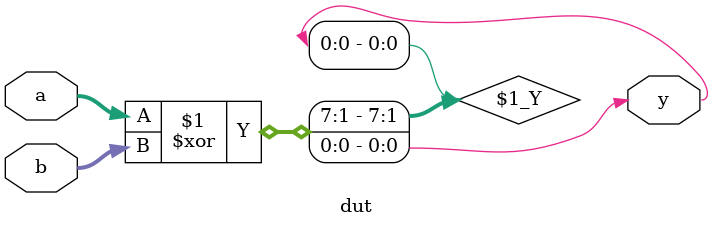
<source format=v>
module dut( a,b,y );
input [7:0] a;
input [7:0] b;
output y;

assign y=a^b;
endmodule

</source>
